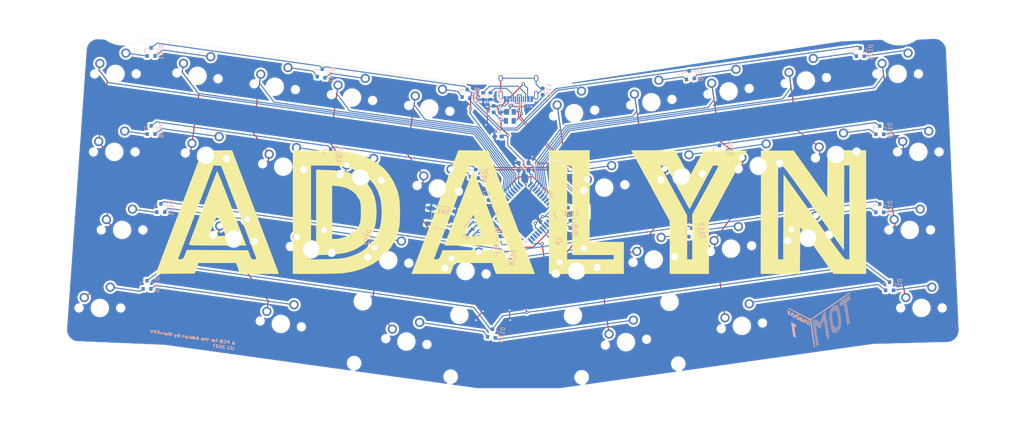
<source format=kicad_pcb>
(kicad_pcb (version 20221018) (generator pcbnew)
  (layers (0 "F.Cu" signal) (31 "B.Cu" signal) (34 "B.Paste" user) (35 "F.Paste" user) (36 "B.SilkS" user "B.Silkscreen") (37 "F.SilkS" user "F.Silkscreen") (38 "B.Mask" user) (39 "F.Mask" user) (44 "Edge.Cuts" user))
  (net 0 "")
  (net 1 "ROW0")
  (net 2 "Net-(D101-Pad1)")
  (net 3 "Net-(D101-Pad2)")
  (net 4 "Net-(D102-Pad1)")
  (net 5 "Net-(D102-Pad2)")
  (net 6 "Net-(D103-Pad1)")
  (net 7 "Net-(D103-Pad2)")
  (net 8 "Net-(D104-Pad1)")
  (net 9 "Net-(D104-Pad2)")
  (net 10 "Net-(D105-Pad1)")
  (net 11 "Net-(D105-Pad2)")
  (net 12 "ROW1")
  (net 13 "Net-(D106-Pad1)")
  (net 14 "Net-(D106-Pad2)")
  (net 15 "Net-(D107-Pad1)")
  (net 16 "Net-(D107-Pad2)")
  (net 17 "Net-(D108-Pad1)")
  (net 18 "Net-(D108-Pad2)")
  (net 19 "Net-(D109-Pad1)")
  (net 20 "Net-(D109-Pad2)")
  (net 21 "Net-(D110-Pad1)")
  (net 22 "Net-(D110-Pad2)")
  (net 23 "ROW2")
  (net 24 "Net-(D111-Pad1)")
  (net 25 "Net-(D111-Pad2)")
  (net 26 "Net-(D112-Pad1)")
  (net 27 "Net-(D112-Pad2)")
  (net 28 "Net-(D113-Pad1)")
  (net 29 "Net-(D113-Pad2)")
  (net 30 "Net-(D114-Pad1)")
  (net 31 "Net-(D114-Pad2)")
  (net 32 "Net-(D115-Pad1)")
  (net 33 "Net-(D115-Pad2)")
  (net 34 "ROW3")
  (net 35 "Net-(D116-Pad1)")
  (net 36 "Net-(D116-Pad2)")
  (net 37 "Net-(D117-Pad1)")
  (net 38 "Net-(D117-Pad2)")
  (net 39 "Net-(D118-Pad1)")
  (net 40 "Net-(D118-Pad2)")
  (net 41 "+5V")
  (net 42 "Col0")
  (net 43 "Col1")
  (net 44 "Col2")
  (net 45 "Col3")
  (net 46 "Col4")
  (net 47 "Col5")
  (net 48 "Col6")
  (net 49 "Col7")
  (net 50 "Col8")
  (net 51 "Col9")
  (net 52 "Net-(R4-Pad2)")
  (net 53 "GND")
  (net 54 "D+")
  (net 55 "D-")
  (net 56 "Net-(U101-Pad42)")
  (net 57 "Net-(U101-Pad41)")
  (net 58 "Net-(R5-Pad1)")
  (net 59 "Net-(U101-Pad22)")
  (net 60 "Net-(U101-Pad17)")
  (net 61 "Net-(U101-Pad16)")
  (net 62 "Net-(C6-Pad1)")
  (net 63 "Net-(U101-Pad1)")
  (net 64 "Net-(U101-Pad18)")
  (net 65 "Net-(U101-Pad25)")
  (net 66 "Net-(U101-Pad10)")
  (net 67 "Net-(U101-Pad9)")
  (net 68 "Net-(U101-Pad8)")
  (net 69 "Net-(U101-Pad21)")
  (net 70 "Net-(U101-Pad19)")
  (net 71 "Net-(U101-Pad20)")
  (net 72 "Net-(USB101-Pad3)")
  (net 73 "Net-(USB101-Pad9)")
  (net 74 "VBUS")
  (net 75 "Earth")
  (net 76 "CC1")
  (net 77 "CC2")
  (net 78 "Net-(R2-Pad1)")
  (net 79 "Net-(R3-Pad1)")
  (footprint "MX_Only:MXOnly-1U-NoLED" (layer "F.Cu") (at 47.224098 52.505797)
    (fp_text reference "MX1")
    (fp_text value "MX-NoLED")
  )
  (footprint "MX_Only:MXOnly-1U-NoLED" (layer "F.Cu") (at 46.938345 71.555792)
    (fp_text reference "MX2")
    (fp_text value "MX-NoLED")
  )
  (footprint "MX_Only:MXOnly-1U-NoLED" (layer "F.Cu") (at 48.843349 90.605792)
    (fp_text reference "MX3")
    (fp_text value "MX-NoLED")
  )
  (footprint "MX_Only:MXOnly-1U-NoLED" (layer "F.Cu") (at 67.255813 52.984519 -8)
    (fp_text reference "MX4")
    (fp_text value "MX-NoLED")
  )
  (footprint "MX_Only:MXOnly-1U-NoLED" (layer "F.Cu") (at 69.320718 72.511939 -8)
    (fp_text reference "MX5")
    (fp_text value "MX-NoLED")
  )
  (footprint "MX_Only:MXOnly-1U-NoLED" (layer "F.Cu") (at 76.101773 92.702167 -8)
    (fp_text reference "MX6")
    (fp_text value "MX-NoLED")
  )
  (footprint "MX_Only:MXOnly-1U-NoLED" (layer "F.Cu") (at 86.120419 55.635772 -8)
    (fp_text reference "MX7")
    (fp_text value "MX-NoLED")
  )
  (footprint "MX_Only:MXOnly-1U-NoLED" (layer "F.Cu") (at 88.185324 75.16319 -8)
    (fp_text reference "MX8")
    (fp_text value "MX-NoLED")
  )
  (footprint "MX_Only:MXOnly-1U-NoLED" (layer "F.Cu") (at 94.966377 95.353421 -8)
    (fp_text reference "MX9")
    (fp_text value "MX-NoLED")
  )
  (footprint "MX_Only:MXOnly-1U-NoLED" (layer "F.Cu") (at 43.414097 109.655795)
    (fp_text reference "MX10")
    (fp_text value "MX-NoLED")
  )
  (footprint "MX_Only:MXOnly-1U-NoLED" (layer "F.Cu") (at 104.985026 58.287015 -8)
    (fp_text reference "MX11")
    (fp_text value "MX-NoLED")
  )
  (footprint "MX_Only:MXOnly-1U-NoLED" (layer "F.Cu") (at 107.049932 77.814434 -8)
    (fp_text reference "MX12")
    (fp_text value "MX-NoLED")
  )
  (footprint "MX_Only:MXOnly-1U-NoLED" (layer "F.Cu") (at 113.830984 98.004667 -8)
    (fp_text reference "MX13")
    (fp_text value "MX-NoLED")
  )
  (footprint "MX_Only:MXOnly-1U-NoLED" (layer "F.Cu") (at 87.59898 113.555216 -8)
    (fp_text reference "MX15")
    (fp_text value "MX-NoLED")
  )
  (footprint "MX_Only:MXOnly-1U-NoLED" (layer "F.Cu") (at 123.849633 60.938263 -8)
    (fp_text reference "MX16")
    (fp_text value "MX-NoLED")
  )
  (footprint "MX_Only:MXOnly-1U-NoLED" (layer "F.Cu") (at 132.695592 100.655911 -8)
    (fp_text reference "MX18")
    (fp_text value "MX-NoLED")
  )
  (footprint "MX_Only:MXOnly-2.25U-ReversedStabilizers-NoLED" (layer "F.Cu") (at 118.253967 117.863488 -8)
    (fp_text reference "MX19")
    (fp_text value "MX-NoLED")
  )
  (footprint "MX_Only:MXOnly-1U-NoLED" (layer "F.Cu") (at 159.198859 62.082311 8)
    (fp_text reference "MX20")
    (fp_text value "MX-NoLED")
  )
  (footprint "MX_Only:MXOnly-1U-NoLED" (layer "F.Cu") (at 166.566256 80.284108 8)
    (fp_text reference "MX21")
    (fp_text value "MX-NoLED")
  )
  (footprint "MX_Only:MXOnly-1U-NoLED" (layer "F.Cu") (at 159.785204 100.474336 8)
    (fp_text reference "MX22")
    (fp_text value "MX-NoLED")
  )
  (footprint "MX_Only:MXOnly-1U-NoLED" (layer "F.Cu") (at 178.063469 59.431067 8)
    (fp_text reference "MX23")
    (fp_text value "MX-NoLED")
  )
  (footprint "MX_Only:MXOnly-1U-NoLED" (layer "F.Cu") (at 185.430864 77.632862 8)
    (fp_text reference "MX24")
    (fp_text value "MX-NoLED")
  )
  (footprint "MX_Only:MXOnly-1U-NoLED" (layer "F.Cu") (at 178.649808 97.823091 8)
    (fp_text reference "MX25")
    (fp_text value "MX-NoLED")
  )
  (footprint "MX_Only:MXOnly-2U-ReversedStabilizers-NoLED" (layer "F.Cu") (at 171.868756 118.01332 8)
    (fp_text reference "MX26")
    (fp_text value "MX-NoLED")
  )
  (footprint "MX_Only:MXOnly-1U-NoLED" (layer "F.Cu") (at 196.92807 56.779814 8)
    (fp_text reference "MX27")
    (fp_text value "MX-NoLED")
  )
  (footprint "MX_Only:MXOnly-1U-NoLED" (layer "F.Cu") (at 204.295468 74.981613 8)
    (fp_text reference "MX28")
    (fp_text value "MX-NoLED")
  )
  (footprint "MX_Only:MXOnly-1U-NoLED" (layer "F.Cu") (at 197.514418 95.171839 8)
    (fp_text reference "MX29")
    (fp_text value "MX-NoLED")
  )
  (footprint "MX_Only:MXOnly-1U-NoLED" (layer "F.Cu") (at 200.165661 114.036448 8)
    (fp_text reference "MX30")
    (fp_text value "MX-NoLED")
  )
  (footprint "MX_Only:MXOnly-1U-NoLED" (layer "F.Cu") (at 215.79268 54.12857 8)
    (fp_text reference "MX32")
    (fp_text value "MX-NoLED")
  )
  (footprint "MX_Only:MXOnly-1U-NoLED" (layer "F.Cu") (at 223.160077 72.330367 8)
    (fp_text reference "MX33")
    (fp_text value "MX-NoLED")
  )
  (footprint "MX_Only:MXOnly-1U-NoLED" (layer "F.Cu") (at 216.379022 92.520596 8)
    (fp_text reference "MX34")
    (fp_text value "MX-NoLED")
  )
  (footprint "MX_Only:MXOnly-1U-NoLED" (layer "F.Cu") (at 244.010597 109.655797)
    (fp_text reference "MX35")
    (fp_text value "MX-NoLED")
  )
  (footprint "MX_Only:MXOnly-1U-NoLED" (layer "F.Cu") (at 238.200348 52.505797)
    (fp_text reference "MX36")
    (fp_text value "MX-NoLED")
  )
  (footprint "MX_Only:MXOnly-1U-NoLED" (layer "F.Cu") (at 243.2486 71.555795)
    (fp_text reference "MX37")
    (fp_text value "MX-NoLED")
  )
  (footprint "MX_Only:MXOnly-1U-NoLED" (layer "F.Cu") (at 241.1531 90.605798)
    (fp_text reference "MX38")
    (fp_text value "MX-NoLED")
  )
  (footprint "MX_Only:MXOnly-1U-NoLED" (layer "F.Cu") (at 125.914536 80.465686 -8)
    (fp_text reference "MX17")
    (fp_text value "MX-NoLED")
  )
  (footprint "Adalyn:Adalyn" (layer "F.Cu") (at 142.219578 86.777762)
    (fp_text reference "G***" hide)
    (fp_text value "LOGO" hide)
  )
  (footprint "Keebio-Parts:SW_SPST_TL3342" (layer "B.Cu") (at 127.080491 87.618663 172)
    (fp_text reference "SW1")
    (fp_text value "SW_Push")
  )
  (footprint "Package_TO_SOT_SMD:SOT-23" (layer "B.Cu") (at 55.916566 47.152002 90)
    (fp_text reference "D101")
    (fp_text value "BAV70")
  )
  (footprint "Package_TO_SOT_SMD:SOT-23" (layer "B.Cu") (at 97.566306 52.339692 82)
    (fp_text reference "D102")
    (fp_text value "BAV70")
  )
  (footprint "Package_TO_SOT_SMD:SOT-23" (layer "B.Cu") (at 132.937443 57.310782 82)
    (fp_text reference "D103")
    (fp_text value "BAV70")
  )
  (footprint "Package_TO_SOT_SMD:SOT-23" (layer "B.Cu") (at 187.455285 52.758571 98)
    (fp_text reference "D104")
    (fp_text value "BAV70")
  )
  (footprint "Package_TO_SOT_SMD:SOT-23" (layer "B.Cu") (at 229.072429 47.19923 90)
    (fp_text reference "D105")
    (fp_text value "BAV70")
  )
  (footprint "Package_TO_SOT_SMD:SOT-23" (layer "B.Cu") (at 55.916566 66.202001 90)
    (fp_text reference "D106")
    (fp_text value "BAV70")
  )
  (footprint "Package_TO_SOT_SMD:SOT-23" (layer "B.Cu") (at 99.631209 71.867116 82)
    (fp_text reference "D107")
    (fp_text value "BAV70")
  )
  (footprint "Package_TO_SOT_SMD:SOT-23" (layer "B.Cu") (at 194.822678 70.960365 98)
    (fp_text reference "D109")
    (fp_text value "BAV70")
  )
  (footprint "Package_TO_SOT_SMD:SOT-23" (layer "B.Cu") (at 233.834927 66.249229 90)
    (fp_text reference "D110")
    (fp_text value "BAV70")
  )
  (footprint "Package_TO_SOT_SMD:SOT-23" (layer "B.Cu") (at 58.297818 85.251999 90)
    (fp_text reference "D111")
    (fp_text value "BAV70")
  )
  (footprint "Package_TO_SOT_SMD:SOT-23" (layer "B.Cu") (at 106.412265 92.057342 82)
    (fp_text reference "D112")
    (fp_text value "BAV70")
  )
  (footprint "Package_TO_SOT_SMD:SOT-23" (layer "B.Cu") (at 188.041628 91.150592 98)
    (fp_text reference "D113")
    (fp_text value "BAV70")
  )
  (footprint "Package_TO_SOT_SMD:SOT-23" (layer "B.Cu") (at 233.834929 85.299226 90)
    (fp_text reference "D114")
    (fp_text value "BAV70")
  )
  (footprint "Package_TO_SOT_SMD:SOT-23" (layer "B.Cu") (at 54.916811 104.009652 90)
    (fp_text reference "D115")
    (fp_text value "BAV70")
  )
  (footprint "Package_TO_SOT_SMD:SOT-23" (layer "B.Cu") (at 139.138729 115.84627 82)
    (fp_text reference "D116")
    (fp_text value "BAV70")
  )
  (footprint "Package_TO_SOT_SMD:SOT-23" (layer "B.Cu") (at 236.216181 104.349227 90)
    (fp_text reference "D117")
    (fp_text value "BAV70")
  )
  (footprint "Package_TO_SOT_SMD:SOT-23" (layer "B.Cu") (at 141.783402 97.028432 82)
    (fp_text reference "D118")
    (fp_text value "BAV70")
  )
  (footprint "Capacitor_SMD:C_0603_1608Metric_Pad1.08x0.95mm_HandSolder" (layer "B.Cu") (at 140.298382 92.03521 172)
    (fp_text reference "C1")
    (fp_text value ".1uF")
  )
  (footprint "Capacitor_SMD:C_0603_1608Metric_Pad1.08x0.95mm_HandSolder" (layer "B.Cu") (at 137.55269 83.205362 172)
    (fp_text reference "C2")
    (fp_text value ".1uF")
  )
  (footprint "Capacitor_SMD:C_0603_1608Metric_Pad1.08x0.95mm_HandSolder" (layer "B.Cu") (at 148.080275 75.17071 90)
    (fp_text reference "C4")
    (fp_text value ".1uF")
  )
  (footprint "Capacitor_SMD:C_0603_1608Metric_Pad1.08x0.95mm_HandSolder" (layer "B.Cu") (at 140.659578 67.807762 180)
    (fp_text reference "C5")
    (fp_text value "10uF")
  )
  (footprint "Capacitor_SMD:C_0603_1608Metric_Pad1.08x0.95mm_HandSolder" (layer "B.Cu") (at 154.500868 92.461275 45)
    (fp_text reference "C6")
    (fp_text value "1uF")
  )
  (footprint "Capacitor_SMD:C_0603_1608Metric_Pad1.08x0.95mm_HandSolder" (layer "B.Cu") (at 158.494277 85.177209)
    (fp_text reference "C101")
    (fp_text value ".1uF")
  )
  (footprint "Resistor_SMD:R_0603_1608Metric_Pad0.98x0.95mm_HandSolder" (layer "B.Cu") (at 159.232772 90.130209)
    (fp_text reference "R2")
    (fp_text value "22")
  )
  (footprint "Resistor_SMD:R_0603_1608Metric_Pad0.98x0.95mm_HandSolder" (layer "B.Cu") (at 159.256273 88.35221)
    (fp_text reference "R3")
    (fp_text value "22")
  )
  (footprint "Resistor_SMD:R_0603_1608Metric_Pad0.98x0.95mm_HandSolder" (layer "B.Cu") (at 140.161491 93.587664 -8)
    (fp_text reference "R4")
    (fp_text value "10k")
  )
  (footprint "Resistor_SMD:R_0603_1608Metric_Pad0.98x0.95mm_HandSolder" (layer "B.Cu") (at 145.679578 75.180262 90)
    (fp_text reference "R5")
    (fp_text value "10k")
  )
  (footprint "Crystal:Resonator_SMD_Murata_CSTxExxV-3Pin_3.0x1.1mm_HandSoldering" (layer "B.Cu") (at 134.446492 90.412665 -45)
    (fp_text reference "Y1")
    (fp_text value "16MHz")
  )
  (footprint "Package_QFP:TQFP-44_10x10mm_P0.8mm" (layer "B.Cu") (at 147.305189 86.380359 135)
    (fp_text reference "U101")
    (fp_text value "ATmega32U4-A")
  )
  (footprint "Package_TO_SOT_SMD:SOT-23" (layer "B.Cu") (at 135.002347 76.838204 82)
    (fp_text reference "D108")
    (fp_text value "BAV70")
  )
  (footprint "Fuse:Fuse_0603_1608Metric" (layer "B.Cu") (at 139.569578 61.107762 -90)
    (fp_text reference "F101")
    (fp_text value "700mA")
  )
  (footprint "Inductor_SMD:L_0603_1608Metric" (layer "B.Cu") (at 151.529578 56.830262 90)
    (fp_text reference "L101")
    (fp_text value "600R@100MHz")
  )
  (footprint "Resistor_SMD:R_0603_1608Metric" (layer "B.Cu") (at 138.749578 57.937762 90)
    (fp_text reference "R101")
    (fp_text value "5.1k")
  )
  (footprint "Resistor_SMD:R_0603_1608Metric" (layer "B.Cu") (at 136.989578 57.947762 -90)
    (fp_text reference "R102")
    (fp_text value "5.1k")
  )
  (footprint "Package_TO_SOT_SMD:SOT-143" (layer "B.Cu") (at 143.499578 62.877762 -90)
    (fp_text reference "U102")
    (fp_text value "PRTR5V0U2X")
  )
  (footprint "Type-C:HRO-TYPE-C-31-M-12-Assembly" (layer "B.Cu") (at 145.604099 50.970796)
    (fp_text reference "USB101")
    (fp_text value "HRO-TYPE-C-31-M-12")
  )
  (footprint "Adalyn:logo" (layer "B.Cu") (at 219.663492 114.034663 -172)
    (fp_text reference "G***" hide)
    (fp_text value "LOGO" hide)
  )
  (footprint "Adalyn:credit" (layer "B.Cu") (at 65.886947 117.688883 172)
    (fp_text reference "G***" hide)
    (fp_text value "LOGO" hide)
  )
  (gr_line (start 150.514099 55.095797) (end 155.655491 55.106663) (stroke (width 0.05)) (layer "Edge.Cuts"))
  (gr_line (start 140.514099 55.095797) (end 134.319491 55.106664) (stroke (width 0.05)) (layer "Edge.Cuts"))
  (gr_arc (start 234.118032 44.147888) (mid 234.521935 44.241959) (end 234.852961 44.491777) (stroke (width 0.05)) (layer "Edge.Cuts"))
  (gr_line (start 224.362491 44.565663) (end 234.118032 44.147888) (stroke (width 0.05)) (layer "Edge.Cuts"))
  (gr_line (start 243.181645 44.140154) (end 247.095489 43.930665) (stroke (width 0.05)) (layer "Edge.Cuts"))
  (gr_arc (start 52.899578 44.507762) (mid 53.213087 44.298416) (end 53.581817 44.219985) (stroke (width 0.05)) (layer "Edge.Cuts"))
  (gr_arc (start 52.899578 44.507762) (mid 49.01654 45.56518) (end 45.15569 44.429417) (stroke (width 0.05)) (layer "Edge.Cuts"))
  (gr_arc (start 44.454412 44.122352) (mid 44.835592 44.206134) (end 45.15569 44.429417) (stroke (width 0.05)) (layer "Edge.Cuts"))
  (gr_line (start 57.738491 43.930664) (end 53.581817 44.219985) (stroke (width 0.05)) (layer "Edge.Cuts"))
  (gr_line (start 44.454412 44.122352) (end 42.849578 44.017762) (stroke (width 0.05)) (layer "Edge.Cuts"))
  (gr_line (start 59.194099 118.665796) (end 135.716491 129.274664) (stroke (width 0.05)) (layer "Edge.Cuts"))
  (gr_line (start 232.164099 118.455796) (end 155.65549 129.274663) (stroke (width 0.05)) (layer "Edge.Cuts"))
  (gr_line (start 155.655491 55.106663) (end 224.362491 44.565663) (stroke (width 0.05)) (layer "Edge.Cuts"))
  (gr_arc (start 247.09549 43.930664) (mid 249.160949 44.786204) (end 250.016491 46.851663) (stroke (width 0.05)) (layer "Edge.Cuts"))
  (gr_arc (start 40.168249 46.851663) (mid 40.94482 44.900989) (end 42.849578 44.017762) (stroke (width 0.05)) (layer "Edge.Cuts"))
  (gr_line (start 40.168249 46.851663) (end 35.386492 114.923664) (stroke (width 0.05)) (layer "Edge.Cuts"))
  (gr_line (start 140.514099 55.095797) (end 140.514099 52.455796) (stroke (width 0.05)) (layer "Edge.Cuts"))
  (gr_line (start 37.660138 117.772026) (end 59.194099 118.665796) (stroke (width 0.05)) (layer "Edge.Cuts"))
  (gr_line (start 134.319491 55.106664) (end 57.738491 43.930664) (stroke (width 0.05)) (layer "Edge.Cuts"))
  (gr_arc (start 37.660138 117.772026) (mid 36.024604 116.745931) (end 35.386492 114.923664) (stroke (width 0.05)) (layer "Edge.Cuts"))
  (gr_arc (start 242.499578 44.427762) (mid 242.813026 44.218539) (end 243.181645 44.140154) (stroke (width 0.05)) (layer "Edge.Cuts"))
  (gr_line (start 250.651491 117.971664) (end 232.164099 118.455796) (stroke (width 0.05)) (layer "Edge.Cuts"))
  (gr_line (start 150.514099 52.455796) (end 150.514099 55.095797) (stroke (width 0.05)) (layer "Edge.Cuts"))
  (gr_line (start 140.514099 52.455796) (end 150.514099 52.455796) (stroke (width 0.05)) (layer "Edge.Cuts"))
  (gr_line (start 253.108336 115.050664) (end 250.016491 46.851663) (stroke (width 0.05)) (layer "Edge.Cuts"))
  (gr_arc (start 242.499578 44.427762) (mid 238.685365 45.546191) (end 234.852961 44.491777) (stroke (width 0.05)) (layer "Edge.Cuts"))
  (gr_arc (start 253.108337 115.050663) (mid 252.412461 116.959088) (end 250.651491 117.971664) (stroke (width 0.05)) (layer "Edge.Cuts"))
  (gr_line (start 135.716491 129.274664) (end 155.65549 129.274663) (stroke (width 0.05)) (layer "Edge.Cuts"))
  (segment (start 133.918407 60.969271) (end 133.918407 57.937423) (width 0.25) (layer "F.Cu") (net 1))
  (segment (start 133.918407 57.937423) (end 134.456947 57.398883) (width 0.25) (layer "F.Cu") (net 1))
  (via (at 133.918407 60.969271) (size 0.8) (drill 0.4) (layers "F.Cu" "B.Cu") (net 1))
  (via (at 134.456947 57.398883) (size 0.8) (drill 0.4) (layers "F.Cu" "B.Cu") (net 1))
  (segment (start 98.465644 50.776601) (end 132.503793 55.560353) (width 0.25) (layer "B.Cu") (net 1))
  (segment (start 228.478329 45.751541) (end 187.511463 51.50906) (width 0.25) (layer "B.Cu") (net 1))
  (segment (start 134.492977 57.38782) (end 133.441864 56.595749) (width 0.25) (layer "B.Cu") (net 1))
  (segment (start 154.871196 56.096347) (end 154.746275 56.096347) (width 0.25) (layer "B.Cu") (net 1))
  (segment (start 144.721532 79.00439) (end 145.000589 77.018804) (width 0.25) (layer "B.Cu") (net 1))
  (segment (start 133.441864 56.595749) (end 133.076615 56.320514) (width 0.25) (layer "B.Cu") (net 1))
  (segment (start 187.316111 51.768302) (end 186.855925 51.832976) (width 0.25) (layer "B.Cu") (net 1))
  (segment (start 186.596683 51.637621) (end 154.871196 56.096347) (width 0.25) (layer "B.Cu") (net 1))
  (segment (start 97.705481 51.349424) (end 97.132654 50.589262) (width 0.25) (layer "B.Cu") (net 1))
  (segment (start 186.855925 51.832976) (end 186.596683 51.637621) (width 0.25) (layer "B.Cu") (net 1))
  (segment (start 134.754099 59.245796) (end 134.492977 57.38782) (width 0.25) (layer "B.Cu") (net 1))
  (segment (start 97.132654 50.589262) (end 57.432383 45.009749) (width 0.25) (layer "B.Cu") (net 1))
  (segment (start 132.503793 55.560353) (end 133.076613 56.320514) (width 0.25) (layer "B.Cu") (net 1))
  (segment (start 154.746275 56.096347) (end 145.09486 65.747762) (width 0.25) (layer "B.Cu") (net 1))
  (segment (start 145.09486 65.747762) (end 141.256065 65.747762) (width 0.25) (layer "B.Cu") (net 1))
  (segment (start 97.705481 51.349424) (end 98.465644 50.776601) (width 0.25) (layer "B.Cu") (net 1))
  (segment (start 145.000589 77.018804) (end 133.759333 62.101152) (width 0.25) (layer "B.Cu") (net 1))
  (segment (start 133.759333 62.101152) (end 133.918407 60.969271) (width 0.25) (layer "B.Cu") (net 1))
  (segment (start 141.256065 65.747762) (end 134.754099 59.245796) (width 0.25) (layer "B.Cu") (net 1))
  (segment (start 187.511463 51.50906) (end 187.31611 51.768302) (width 0.25) (layer "B.Cu") (net 1))
  (segment (start 145.537422 80.087109) (end 144.721532 79.00439) (width 0.25) (layer "B.Cu") (net 1))
  (segment (start 229.07243 46.19923) (end 228.478329 45.751541) (width 0.25) (layer "B.Cu") (net 1))
  (segment (start 57.432383 45.009749) (end 55.916565 46.151999) (width 0.25) (layer "B.Cu") (net 1))
  (segment (start 49.764098 47.425794) (end 54.961026 48.156177) (width 0.25) (layer "B.Cu") (net 2))
  (segment (start 54.961026 48.156177) (end 54.966568 48.151997) (width 0.25) (layer "B.Cu") (net 2))
  (segment (start 58.832261 46.670741) (end 70.478094 48.307456) (width 0.25) (layer "B.Cu") (net 3))
  (segment (start 56.866565 48.152004) (end 58.832261 46.670741) (width 0.25) (layer "B.Cu") (net 3))
  (segment (start 95.445454 51.816393) (end 96.486378 53.197748) (width 0.25) (layer "B.Cu") (net 4))
  (segment (start 89.342696 50.958706) (end 95.445454 51.816393) (width 0.25) (layer "B.Cu") (net 4))
  (segment (start 98.367887 53.462178) (end 99.749241 52.421252) (width 0.25) (layer "B.Cu") (net 5))
  (segment (start 99.749241 52.421252) (end 108.207305 53.609952) (width 0.25) (layer "B.Cu") (net 5))
  (segment (start 130.816586 56.787483) (end 131.857516 58.168838) (width 0.25) (layer "B.Cu") (net 6))
  (segment (start 127.07191 56.261203) (end 130.816586 56.787483) (width 0.25) (layer "B.Cu") (net 6))
  (segment (start 133.739025 59.000722) (end 140.936076 66.197773) (width 0.25) (layer "B.Cu") (net 7))
  (segment (start 140.936076 66.197773) (end 145.406181 66.197773) (width 0.25) (layer "B.Cu") (net 7))
  (segment (start 159.882424 55.850715) (end 161.007141 56.698249) (width 0.25) (layer "B.Cu") (net 7))
  (segment (start 133.739025 58.433266) (end 133.739025 59.000722) (width 0.25) (layer "B.Cu") (net 7))
  (segment (start 145.406181 66.197773) (end 155.078026 56.525928) (width 0.25) (layer "B.Cu") (net 7))
  (segment (start 155.078026 56.525928) (end 159.882424 55.850715) (width 0.25) (layer "B.Cu") (net 7))
  (segment (start 185.77327 53.217602) (end 186.653698 53.881053) (width 0.25) (layer "B.Cu") (net 8))
  (segment (start 179.871751 54.047005) (end 185.77327 53.217602) (width 0.25) (layer "B.Cu") (net 8))
  (segment (start 198.736353 51.395753) (end 189.198664 52.736188) (width 0.25) (layer "B.Cu") (net 9))
  (segment (start 189.198664 52.736188) (end 188.535211 53.616623) (width 0.25) (layer "B.Cu") (net 9))
  (segment (start 227.07845 47.41253) (end 228.12243 48.199229) (width 0.25) (layer "B.Cu") (net 10))
  (segment (start 217.60096 48.744505) (end 227.07845 47.41253) (width 0.25) (layer "B.Cu") (net 10))
  (segment (start 239.920667 46.80812) (end 240.740349 47.425797) (width 0.25) (layer "B.Cu") (net 11))
  (segment (start 230.02243 48.199229) (end 239.920667 46.80812) (width 0.25) (layer "B.Cu") (net 11))
  (segment (start 156.200026 75.39821) (end 156.49253 75.105706) (width 0.25) (layer "F.Cu") (net 12))
  (segment (start 137.368195 75.545004) (end 137.514989 75.398208) (width 0.25) (layer "F.Cu") (net 12))
  (segment (start 137.514989 75.398208) (end 156.200026 75.39821) (width 0.25) (layer "F.Cu") (net 12))
  (via (at 137.368195 75.545004) (size 0.8) (drill 0.4) (layers "F.Cu" "B.Cu") (net 12))
  (via (at 156.49253 75.105706) (size 0.8) (drill 0.4) (layers "F.Cu" "B.Cu") (net 12))
  (segment (start 137.368195 75.545004) (end 135.152711 75.856369) (width 0.25) (layer "B.Cu") (net 12))
  (segment (start 140.881209 76.038727) (end 142.171152 77.75054) (width 0.25) (layer "B.Cu") (net 12))
  (segment (start 100.530547 70.304019) (end 99.770381 70.876847) (width 0.25) (layer "B.Cu") (net 12))
  (segment (start 232.701614 64.395217) (end 194.878858 69.710858) (width 0.25) (layer "B.Cu") (net 12))
  (segment (start 135.152711 75.856369) (end 135.14152 75.847936) (width 0.25) (layer "B.Cu") (net 12))
  (segment (start 233.834929 65.249229) (end 232.701614 64.395217) (width 0.25) (layer "B.Cu") (net 12))
  (segment (start 141.536819 82.270716) (end 141.48877 82.61262) (width 0.25) (layer "B.Cu") (net 12))
  (segment (start 142.171152 77.75054) (end 141.53603 82.26967) (width 0.25) (layer "B.Cu") (net 12))
  (segment (start 99.770381 70.876847) (end 99.197559 70.11668) (width 0.25) (layer "B.Cu") (net 12))
  (segment (start 135.14152 75.847936) (end 134.568692 75.087771) (width 0.25) (layer "B.Cu") (net 12))
  (segment (start 194.878858 69.710858) (end 194.68351 69.970095) (width 0.25) (layer "B.Cu") (net 12))
  (segment (start 137.368195 75.545004) (end 140.881209 76.038727) (width 0.25) (layer "B.Cu") (net 12))
  (segment (start 193.964087 69.839421) (end 156.49253 75.105706) (width 0.25) (layer "B.Cu") (net 12))
  (segment (start 194.223327 70.034773) (end 193.964087 69.839421) (width 0.25) (layer "B.Cu") (net 12))
  (segment (start 194.68351 69.970095) (end 194.223327 70.034773) (width 0.25) (layer "B.Cu") (net 12))
  (segment (start 141.53603 82.26967) (end 141.536819 82.270716) (width 0.25) (layer "B.Cu") (net 12))
  (segment (start 134.568692 75.087771) (end 100.530547 70.304019) (width 0.25) (layer "B.Cu") (net 12))
  (segment (start 99.197559 70.11668) (end 57.222987 64.217539) (width 0.25) (layer "B.Cu") (net 12))
  (segment (start 141.48877 82.61262) (end 142.14331 83.481221) (width 0.25) (layer "B.Cu") (net 12))
  (segment (start 57.222987 64.217539) (end 55.916566 65.202001) (width 0.25) (layer "B.Cu") (net 12))
  (segment (start 54.916112 67.24002) (end 54.966564 67.202001) (width 0.25) (layer "B.Cu") (net 13))
  (segment (start 49.478348 66.475795) (end 54.916112 67.24002) (width 0.25) (layer "B.Cu") (net 13))
  (segment (start 58.622869 65.878531) (end 72.542996 67.834881) (width 0.25) (layer "B.Cu") (net 14))
  (segment (start 56.866565 67.202) (end 58.622869 65.878531) (width 0.25) (layer "B.Cu") (net 14))
  (segment (start 91.407605 70.486122) (end 97.510355 71.343812) (width 0.25) (layer "B.Cu") (net 15))
  (segment (start 97.510355 71.343812) (end 98.551283 72.725171) (width 0.25) (layer "B.Cu") (net 15))
  (segment (start 100.432791 72.989595) (end 101.814145 71.948671) (width 0.25) (layer "B.Cu") (net 16))
  (segment (start 101.814145 71.948671) (end 110.272209 73.137375) (width 0.25) (layer "B.Cu") (net 16))
  (segment (start 132.881492 76.314902) (end 133.922418 77.696255) (width 0.25) (layer "B.Cu") (net 17))
  (segment (start 129.136815 75.788624) (end 132.881492 76.314902) (width 0.25) (layer "B.Cu") (net 17))
  (segment (start 138.555276 75.90621) (end 156.335276 75.90621) (width 0.25) (layer "F.Cu") (net 18))
  (segment (start 157.24611 75.778199) (end 157.416878 75.906883) (width 0.25) (layer "F.Cu") (net 18))
  (segment (start 137.244305 77.645927) (end 138.555276 75.90621) (width 0.25) (layer "F.Cu") (net 18))
  (segment (start 156.335276 75.90621) (end 157.24611 75.778199) (width 0.25) (layer "F.Cu") (net 18))
  (segment (start 137.464393 79.21194) (end 137.244305 77.645927) (width 0.25) (layer "F.Cu") (net 18))
  (via (at 137.464393 79.21194) (size 0.8) (drill 0.4) (layers "F.Cu" "B.Cu") (net 18))
  (via (at 157.416878 75.906883) (size 0.8) (drill 0.4) (layers "F.Cu" "B.Cu") (net 18))
  (segment (start 137.464393 79.21194) (end 135.803929 77.960684) (width 0.25) (layer "B.Cu") (net 18))
  (segment (start 168.374538 74.900049) (end 158.013192 76.35624) (width 0.25) (layer "B.Cu") (net 18))
  (segment (start 137.500463 79.239115) (end 137.464393 79.21194) (width 0.25) (layer "B.Cu") (net 18))
  (segment (start 158.013192 76.35624) (end 157.416878 75.906883) (width 0.25) (layer "B.Cu") (net 18))
  (segment (start 187.239143 72.2488) (end 193.140667 71.419394) (width 0.25) (layer "B.Cu") (net 19))
  (segment (start 193.140667 71.419394) (end 194.0211 72.082847) (width 0.25) (layer "B.Cu") (net 19))
  (segment (start 196.566061 70.937985) (end 195.902609 71.818418) (width 0.25) (layer "B.Cu") (net 20))
  (segment (start 206.103751 69.59755) (end 196.566061 70.937985) (width 0.25) (layer "B.Cu") (net 20))
  (segment (start 224.96836 66.946307) (end 231.301735 66.056207) (width 0.25) (layer "B.Cu") (net 21))
  (segment (start 231.301735 66.056207) (end 232.884931 67.249227) (width 0.25) (layer "B.Cu") (net 21))
  (segment (start 234.784932 67.249227) (end 244.924001 65.824276) (width 0.25) (layer "B.Cu") (net 22))
  (segment (start 244.924001 65.824276) (end 245.7886 66.475794) (width 0.25) (layer "B.Cu") (net 22))
  (segment (start 187.287635 89.662524) (end 141.922575 96.038164) (width 0.25) (layer "B.Cu") (net 23))
  (segment (start 107.311605 90.494248) (end 106.551439 91.067073) (width 0.25) (layer "B.Cu") (net 23))
  (segment (start 105.978613 90.306906) (end 59.020546 83.707383) (width 0.25) (layer "B.Cu") (net 23))
  (segment (start 141.349749 95.277997) (end 107.311605 90.494248) (width 0.25) (layer "B.Cu") (net 23))
  (segment (start 187.293058 89.701111) (end 187.287635 89.662524) (width 0.25) (layer "B.Cu") (net 23))
  (segment (start 141.922574 96.038165) (end 141.349749 95.277997) (width 0.25) (layer "B.Cu") (net 23))
  (segment (start 187.902455 90.160325) (end 187.293058 89.701111) (width 0.25) (layer "B.Cu") (net 23))
  (segment (start 188.097806 89.901086) (end 187.902453 90.160326) (width 0.25) (layer "B.Cu") (net 23))
  (segment (start 141.922575 96.038164) (end 144.239369 95.712562) (width 0.25) (layer "B.Cu") (net 23))
  (segment (start 106.551439 91.067073) (end 105.978613 90.306906) (width 0.25) (layer "B.Cu") (net 23))
  (segment (start 59.020546 83.707383) (end 58.297815 84.251998) (width 0.25) (layer "B.Cu") (net 23))
  (segment (start 233.834929 84.299226) (end 232.911005 83.603) (width 0.25) (layer "B.Cu") (net 23))
  (segment (start 144.239369 95.712562) (end 146.103108 93.239297) (width 0.25) (layer "B.Cu") (net 23))
  (segment (start 232.911005 83.603) (end 188.097806 89.901086) (width 0.25) (layer "B.Cu") (net 23))
  (segment (start 57.222499 86.346433) (end 57.347817 86.252001) (width 0.25) (layer "B.Cu") (net 24))
  (segment (start 51.383349 85.525795) (end 57.222499 86.346433) (width 0.25) (layer "B.Cu") (net 24))
  (segment (start 79.324049 88.025105) (end 60.114669 85.325405) (width 0.25) (layer "B.Cu") (net 25))
  (segment (start 60.114669 85.325405) (end 59.290784 85.946245) (width 0.25) (layer "B.Cu") (net 25))
  (segment (start 59.290784 85.946245) (end 59.247817 86.252) (width 0.25) (layer "B.Cu") (net 25))
  (segment (start 98.188659 90.67636) (end 104.291413 91.534047) (width 0.25) (layer "B.Cu") (net 26))
  (segment (start 104.291413 91.534047) (end 105.33234 92.915395) (width 0.25) (layer "B.Cu") (net 26))
  (segment (start 107.21385 93.179825) (end 108.595202 92.138899) (width 0.25) (layer "B.Cu") (net 27))
  (segment (start 108.595202 92.138899) (end 117.053263 93.327602) (width 0.25) (layer "B.Cu") (net 27))
  (segment (start 180.45809 92.439031) (end 186.359616 91.609628) (width 0.25) (layer "B.Cu") (net 28))
  (segment (start 186.359616 91.609628) (end 187.240044 92.273078) (width 0.25) (layer "B.Cu") (net 28))
  (segment (start 198.967009 89.519747) (end 199.322698 89.78778) (width 0.25) (layer "B.Cu") (net 29))
  (segment (start 189.121555 92.008649) (end 190.05304 90.772524) (width 0.25) (layer "B.Cu") (net 29))
  (segment (start 190.05304 90.772524) (end 198.967009 89.519747) (width 0.25) (layer "B.Cu") (net 29))
  (segment (start 231.511124 85.263993) (end 232.88493 86.299229) (width 0.25) (layer "B.Cu") (net 30))
  (segment (start 218.187302 87.136531) (end 231.511124 85.263993) (width 0.25) (layer "B.Cu") (net 30))
  (segment (start 234.78493 86.299228) (end 243.157891 85.122482) (width 0.25) (layer "B.Cu") (net 31))
  (segment (start 243.157891 85.122482) (end 243.693104 85.525797) (width 0.25) (layer "B.Cu") (net 31))
  (segment (start 45.954098 104.575798) (end 53.192558 105.593095) (width 0.25) (layer "B.Cu") (net 32))
  (segment (start 53.192558 105.593095) (end 53.966811 105.009655) (width 0.25) (layer "B.Cu") (net 32))
  (segment (start 57.03451 104.129732) (end 55.866811 105.009655) (width 0.25) (layer "B.Cu") (net 33))
  (segment (start 90.821258 108.87815) (end 57.03451 104.129732) (width 0.25) (layer "B.Cu") (net 33))
  (segment (start 146.992112 106.343004) (end 147.610737 110.744746) (width 0.25) (layer "F.Cu") (net 34))
  (segment (start 151.391557 93.975261) (end 152.164972 99.478388) (width 0.25) (layer "F.Cu") (net 34))
  (segment (start 152.164972 99.478388) (end 146.992112 106.343004) (width 0.25) (layer "F.Cu") (net 34))
  (via (at 147.610737 110.744746) (size 0.8) (drill 0.4) (layers "F.Cu" "B.Cu") (net 34))
  (via (at 151.391557 93.975261) (size 0.8) (drill 0.4) (layers "F.Cu" "B.Cu") (net 34))
  (segment (start 230.559997 99.086987) (end 236.216181 103.349226) (width 0.25) (layer "B.Cu") (net 34))
  (segment (start 139.277901 114.856004) (end 138.704703 114.775445) (width 0.25) (layer "B.Cu") (net 34))
  (segment (start 147.610737 110.744746) (end 230.559997 99.086987) (width 0.25) (layer "B.Cu") (net 34))
  (segment (start 60.201976 99.026996) (end 54.916811 103.009652) (width 0.25) (layer "B.Cu") (net 34))
  (segment (start 141.7559 111.56759) (end 147.610737 110.744746) (width 0.25) (layer "B.Cu") (net 34))
  (segment (start 139.277901 114.856004) (end 141.7559 111.56759) (width 0.25) (layer "B.Cu") (net 34))
  (segment (start 149.243235 93.97526) (end 151.391557 93.975261) (width 0.25) (layer "B.Cu") (net 34))
  (segment (start 148.507271 93.239295) (end 149.243235 93.97526) (width 0.25) (layer "B.Cu") (net 34))
  (segment (start 138.704703 114.775445) (end 134.730328 109.501273) (width 0.25) (layer "B.Cu") (net 34))
  (segment (start 134.730328 109.501273) (end 60.201976 99.026996) (width 0.25) (layer "B.Cu") (net 34))
  (segment (start 121.476245 113.186428) (end 137.058071 115.376312) (width 0.25) (layer "B.Cu") (net 35))
  (segment (start 137.058071 115.376312) (end 138.058801 116.704328) (width 0.25) (layer "B.Cu") (net 35))
  (segment (start 173.677035 112.629258) (end 140.389806 117.307472) (width 0.25) (layer "B.Cu") (net 36))
  (segment (start 140.389806 117.307472) (end 139.940311 116.968757) (width 0.25) (layer "B.Cu") (net 36))
  (segment (start 202.241977 108.296699) (end 233.371772 103.921691) (width 0.25) (layer "B.Cu") (net 37))
  (segment (start 233.371772 103.921691) (end 235.266178 105.349229) (width 0.25) (layer "B.Cu") (net 37))
  (segment (start 201.973943 108.652387) (end 202.241977 108.296699) (width 0.25) (layer "B.Cu") (net 37))
  (segment (start 245.940522 104.116072) (end 246.550596 104.575795) (width 0.25) (layer "B.Cu") (net 38))
  (segment (start 237.166181 105.34923) (end 245.940522 104.116072) (width 0.25) (layer "B.Cu") (net 38))
  (segment (start 139.662549 96.505131) (end 140.703475 97.886487) (width 0.25) (layer "B.Cu") (net 39))
  (segment (start 135.917875 95.978848) (end 139.662549 96.505131) (width 0.25) (layer "B.Cu") (net 39))
  (segment (start 142.912978 97.715649) (end 142.584986 98.150914) (width 0.25) (layer "B.Cu") (net 40))
  (segment (start 161.593483 95.090277) (end 142.912978 97.715649) (width 0.25) (layer "B.Cu") (net 40))
  (segment (start 139.715202 83.509284) (end 145.540273 77.684208) (width 0.25) (layer "F.Cu") (net 41))
  (segment (start 145.286274 94.829208) (end 142.873276 92.41621) (width 0.25) (layer "F.Cu") (net 41))
  (segment (start 149.731276 88.98721) (end 149.858276 88.98721) (width 0.25) (layer "F.Cu") (net 41))
  (segment (start 141.360828 63.686512) (end 141.360828 65.679012) (width 0.25) (layer "F.Cu") (net 41))
  (segment (start 139.715202 83.509284) (end 138.682274 84.542212) (width 0.25) (layer "F.Cu") (net 41))
  (segment (start 156.358085 87.694399) (end 149.223276 94.829209) (width 0.25) (layer "F.Cu") (net 41))
  (segment (start 148.443668 77.684209) (end 148.818096 77.309779) (width 0.25) (layer "F.Cu") (net 41))
  (segment (start 149.223276 94.829209) (end 145.286274 94.829208) (width 0.25) (layer "F.Cu") (net 41))
  (segment (start 138.682274 84.542212) (end 138.682276 88.22521) (width 0.25) (layer "F.Cu") (net 41))
  (segment (start 149.858276 88.98721) (end 151.509276 87.336207) (width 0.25) (layer "F.Cu") (net 41))
  (segment (start 156.358085 84.84977) (end 156.358084 85.027401) (width 0.25) (layer "F.Cu") (net 41))
  (segment (start 148.818096 77.309779) (end 156.358085 84.84977) (width 0.25) (layer "F.Cu") (net 41))
  (segment (start 156.358084 85.027401) (end 156.358085 87.694399) (width 0.25) (layer "F.Cu") (net 41))
  (segment (start 142.999578 67.317762) (end 142.999578 67.517762) (width 0.25) (layer "F.Cu") (net 41))
  (segment (start 138.682276 88.22521) (end 142.873276 92.41621) (width 0.25) (layer "F.Cu") (net 41))
  (segment (start 145.540273 77.684208) (end 148.443668 77.684209) (width 0.25) (layer "F.Cu") (net 41))
  (segment (start 141.360828 65.679012) (end 142.999578 67.317762) (width 0.25) (layer "F.Cu") (net 41))
  (via (at 148.818096 77.309779) (size 0.8) (drill 0.4) (layers "F.Cu" "B.Cu") (net 41))
  (via (at 156.358084 85.027401) (size 0.8) (drill 0.4) (layers "F.Cu" "B.Cu") (net 41))
  (via (at 141.360828 63.686512) (size 0.8) (drill 0.4) (layers "F.Cu" "B.Cu") (net 41))
  (via (at 149.731276 88.98721) (size 0.8) (drill 0.4) (layers "F.Cu" "B.Cu") (net 41))
  (via (at 142.873276 92.41621) (size 0.8) (drill 0.4) (layers "F.Cu" "B.Cu") (net 41))
  (via (at 142.999578 67.517762) (size 0.8) (drill 0.4) (layers "F.Cu" "B.Cu") (net 41))
  (via (at 151.509276 87.336207) (size 0.8) (drill 0.4) (layers "F.Cu" "B.Cu") (net 41))
  (via (at 139.715202 83.509284) (size 0.8) (drill 0.4) (layers "F.Cu" "B.Cu") (net 41))
  (segment (start 148.818096 77.309779) (end 148.818096 77.309779) (width 0.25) (layer "B.Cu") (net 41))
  (segment (start 139.715202 83.509284) (end 140.235653 83.582428) (width 0.25) (layer "B.Cu") (net 41))
  (segment (start 156.358084 85.027401) (end 154.677738 84.791244) (width 0.25) (layer "B.Cu") (net 41))
  (segment (start 141.360828 63.686512) (end 139.569578 61.895262) (width 0.25) (layer "B.Cu") (net 41))
  (segment (start 148.080275 76.03321) (end 146.869578 74.822513) (width 0.25) (layer "B.Cu") (net 41))
  (segment (start 148.040385 76.277724) (end 148.083511 75.970875) (width 0.25) (layer "B.Cu") (net 41))
  (segment (start 142.999578 67.517762) (end 141.812078 67.517762) (width 0.25) (layer "B.Cu") (net 41))
  (segment (start 150.770011 90.976556) (end 149.731276 89.937819) (width 0.25) (layer "B.Cu") (net 41))
  (segment (start 148.507272 79.521424) (end 148.818096 77.309779) (width 0.25) (layer "B.Cu") (net 41))
  (segment (start 144.263454 92.81621) (end 143.273274 92.816207) (width 0.25) (layer "B.Cu") (net 41))
  (segment (start 140.563293 92.155246) (end 139.25787 93.460668) (width 0.25) (layer "B.Cu") (net 41))
  (segment (start 140.235653 83.582428) (end 141.011939 84.612592) (width 0.25) (layer "B.Cu") (net 41))
  (segment (start 149.731276 89.937819) (end 149.731276 88.98721) (width 0.25) (layer "B.Cu") (net 41))
  (segment (start 146.869578 73.837762) (end 142.999578 69.967762) (width 0.25) (layer "B.Cu") (net 41))
  (segment (start 152.786521 87.336209) (end 153.59844 88.148126) (width 0.25) (layer "B.Cu") (net 41))
  (segment (start 157.573591 85.198228) (end 156.358084 85.027401) (width 0.25) (layer "B.Cu") (net 41))
  (segment (start 143.273274 92.816207) (end 142.873276 92.41621) (width 0.25) (layer "B.Cu") (net 41))
  (segment (start 154.677738 84.791244) (end 154.164125 85.178278) (width 0.25) (layer "B.Cu") (net 41))
  (segment (start 141.413451 92.41621) (end 141.152488 92.155247) (width 0.25) (layer "B.Cu") (net 41))
  (segment (start 142.549578 63.977762) (end 141.652078 63.977762) (width 0.25) (layer "B.Cu") (net 41))
  (segment (start 138.406796 83.325399) (end 139.715202 83.509284) (width 0.25) (layer "B.Cu") (net 41))
  (segment (start 152.006192 87.336211) (end 154.164125 85.178277) (width 0.25) (layer "B.Cu") (net 41))
  (segment (start 142.999578 69.967762) (end 142.999578 67.517762) (width 0.25) (layer "B.Cu") (net 41))
  (segment (start 151.509276 87.336207) (end 152.006192 87.336211) (width 0.25) (layer "B.Cu") (net 41))
  (segment (start 141.152488 92.155247) (end 140.563293 92.155246) (width 0.25) (layer "B.Cu") (net 41))
  (segment (start 151.509276 87.336207) (end 152.786521 87.336209) (width 0.25) (layer "B.Cu") (net 41))
  (segment (start 142.873276 92.41621) (end 141.413451 92.41621) (width 0.25) (layer "B.Cu") (net 41))
  (segment (start 141.812078 67.517762) (end 141.522078 67.807762) (width 0.25) (layer "B.Cu") (net 41))
  (segment (start 144.971737 92.107926) (end 144.263454 92.81621) (width 0.25) (layer "B.Cu") (net 41))
  (segment (start 148.818096 77.309779) (end 148.040385 76.277724) (width 0.25) (layer "B.Cu") (net 41))
  (segment (start 141.652078 63.977762) (end 141.360828 63.686512) (width 0.25) (layer "B.Cu") (net 41))
  (segment (start 146.869578 74.822513) (end 146.869578 73.837762) (width 0.25) (layer "B.Cu") (net 41))
  (segment (start 44.085828 70.286415) (end 43.450854 74.804485) (width 0.25) (layer "F.Cu") (net 42))
  (segment (start 43.450854 74.804485) (end 46.355397 78.658938) (width 0.25) (layer "F.Cu") (net 42))
  (segment (start 43.952635 103.838941) (end 39.604099 107.115794) (width 0.25) (layer "F.Cu") (net 42))
  (segment (start 43.128346 69.015793) (end 44.085828 70.286415) (width 0.25) (layer "F.Cu") (net 42))
  (segment (start 45.990832 89.336413) (end 43.952635 103.838941) (width 0.25) (layer "F.Cu") (net 42))
  (segment (start 43.4141 49.965793) (end 43.192673 51.541303) (width 0.25) (layer "F.Cu") (net 42))
  (segment (start 45.208302 54.21613) (end 43.128346 69.015793) (width 0.25) (layer "F.Cu") (net 42))
  (segment (start 45.033348 88.065794) (end 45.990832 89.336413) (width 0.25) (layer "F.Cu") (net 42))
  (segment (start 46.355397 78.658938) (end 45.033348 88.065794) (width 0.25) (layer "F.Cu") (net 42))
  (segment (start 43.192673 51.541303) (end 45.208302 54.21613) (width 0.25) (layer "F.Cu") (net 42))
  (segment (start 142.642724 77.628582) (end 134.783743 67.199365) (width 0.25) (layer "B.Cu") (net 42))
  (segment (start 142.044715 81.883631) (end 142.642724 77.628582) (width 0.25) (layer "B.Cu") (net 42))
  (segment (start 134.783743 67.199365) (end 45.54056 54.657053) (width 0.25) (layer "B.Cu") (net 42))
  (segment (start 45.54056 54.657053) (end 43.192677 51.541305) (width 0.25) (layer "B.Cu") (net 42))
  (segment (start 143.13965 83.33666) (end 142.044715 81.883631) (width 0.25) (layer "B.Cu") (net 42))
  (segment (start 43.192677 51.541305) (end 43.4141 49.965794) (width 0.25) (layer "B.Cu") (net 42))
  (segment (start 63.836391 49.938991) (end 63.535502 52.079925) (width 0.25) (layer "F.Cu") (net 43))
  (segment (start 73.707086 82.365269) (end 72.68235 89.65664) (width 0.25) (layer "F.Cu") (net 43))
  (segment (start 67.588845 57.45889) (end 65.901296 69.466413) (width 0.25) (layer "F.Cu") (net 43))
  (segment (start 65.600408 71.607345) (end 73.707086 82.365269) (width 0.25) (layer "F.Cu") (net 43))
  (segment (start 63.535502 52.079925) (end 67.588845 57.45889) (width 0.25) (layer "F.Cu") (net 43))
  (segment (start 84.541482 107.934464) (end 84.179559 110.50968) (width 0.25) (layer "F.Cu") (net 43))
  (segment (start 72.381463 91.797573) (end 84.541482 107.934464) (width 0.25) (layer "F.Cu") (net 43))
  (segment (start 72.68235 89.65664) (end 72.381463 91.797573) (width 0.25) (layer "F.Cu") (net 43))
  (segment (start 65.901296 69.466413) (end 65.600408 71.607345) (width 0.25) (layer "F.Cu") (net 43))
  (segment (start 63.535502 52.079924) (end 63.836391 49.93899) (width 0.25) (layer "B.Cu") (net 43))
  (segment (start 67.45603 57.282635) (end 63.535502 52.079924) (width 0.25) (layer "B.Cu") (net 43))
  (segment (start 135.030959 66.779673) (end 67.45603 57.282635) (width 0.25) (layer "B.Cu") (net 43))
  (segment (start 143.114297 77.506627) (end 135.030959 66.779673) (width 0.25) (layer "B.Cu") (net 43))
  (segment (start 142.565829 81.409176) (end 143.114297 77.506627) (width 0.25) (layer "B.Cu") (net 43))
  (segment (start 143.274679 82.349852) (end 142.565829 81.409176) (width 0.25) (layer "B.Cu") (net 43))
  (segment (start 80.71256 66.738688) (end 84.765899 72.117658) (width 0.25) (layer "F.Cu") (net 44))
  (segment (start 84.465012 74.258592) (end 92.571692 85.016516) (width 0.25) (layer "F.Cu") (net 44))
  (segment (start 92.571692 85.016516) (end 91.546957 92.307887) (width 0.25) (layer "F.Cu") (net 44))
  (segment (start 82.700996 52.590239) (end 82.17669 56.320878) (width 0.25) (layer "F.Cu") (net 44))
  (segment (start 84.765899 72.117658) (end 84.465012 74.258592) (width 0.25) (layer "F.Cu") (net 44))
  (segment (start 82.17669 56.320878) (end 80.71256 66.738688) (width 0.25) (layer "F.Cu") (net 44))
  (segment (start 143.104756 80.80798) (end 143.585871 77.384672) (width 0.25) (layer "B.Cu") (net 44))
  (segment (start 143.585871 77.384672) (end 135.278175 66.359984) (width 0.25) (layer "B.Cu") (net 44))
  (segment (start 143.840366 81.784164) (end 143.104756 80.80798) (width 0.25) (layer "B.Cu") (net 44))
  (segment (start 135.278175 66.359984) (end 85.937628 59.425623) (width 0.25) (layer "B.Cu") (net 44))
  (segment (start 82.400108 54.731173) (end 82.700996 52.590239) (width 0.25) (layer "B.Cu") (net 44))
  (segment (start 85.937628 59.425623) (end 82.400108 54.731173) (width 0.25) (layer "B.Cu") (net 44))
  (segment (start 111.574497 96.502403) (end 109.917472 108.292783) (width 0.25) (layer "F.Cu") (net 45))
  (segment (start 101.565604 55.241486) (end 101.041297 58.972128) (width 0.25) (layer "F.Cu") (net 45))
  (segment (start 103.630507 74.768905) (end 102.304884 84.201207) (width 0.25) (layer "F.Cu") (net 45))
  (segment (start 99.577169 69.38994) (end 103.630507 74.768905) (width 0.25) (layer "F.Cu") (net 45))
  (segment (start 109.917472 108.292783) (end 114.834545 114.817961) (width 0.25) (layer "F.Cu") (net 45))
  (segment (start 110.41156 94.959136) (end 111.574497 96.502403) (width 0.25) (layer "F.Cu") (net 45))
  (segment (start 101.041297 58.972128) (end 99.577169 69.38994) (width 0.25) (layer "F.Cu") (net 45))
  (segment (start 102.304884 84.201207) (end 110.41156 94.959136) (width 0.25) (layer "F.Cu") (net 45))
  (segment (start 104.419237 61.568609) (end 101.264716 57.382419) (width 0.25) (layer "B.Cu") (net 45))
  (segment (start 135.525387 65.940294) (end 104.419237 61.568609) (width 0.25) (layer "B.Cu") (net 45))
  (segment (start 101.264716 57.382419) (end 101.565602 55.241487) (width 0.25) (layer "B.Cu") (net 45))
  (segment (start 143.643679 80.206784) (end 144.057444 77.262713) (width 0.25) (layer "B.Cu") (net 45))
  (segment (start 144.057444 77.262713) (end 135.525387 65.940294) (width 0.25) (layer "B.Cu") (net 45))
  (segment (start 144.406051 81.21848) (end 143.643679 80.206784) (width 0.25) (layer "B.Cu") (net 45))
  (segment (start 122.495115 77.420153) (end 121.169491 86.852455) (width 0.25) (layer "F.Cu") (net 46))
  (segment (start 119.729155 62.881015) (end 118.441775 72.041192) (width 0.25) (layer "F.Cu") (net 46))
  (segment (start 118.441775 72.041192) (end 122.495115 77.420153) (width 0.25) (layer "F.Cu") (net 46))
  (segment (start 119.905905 61.623377) (end 119.729155 62.881015) (width 0.25) (layer "F.Cu") (net 46))
  (segment (start 120.43021 57.892736) (end 119.905905 61.623377) (width 0.25) (layer "F.Cu") (net 46))
  (segment (start 121.169491 86.852455) (end 129.276172 97.610383) (width 0.25) (layer "F.Cu") (net 46))
  (segment (start 120.129322 60.033667) (end 122.900843 63.711599) (width 0.25) (layer "B.Cu") (net 46))
  (segment (start 135.772603 65.520607) (end 135.784432 65.536305) (width 0.25) (layer "B.Cu") (net 46))
  (segment (start 144.529015 77.140758) (end 135.784432 65.536305) (width 0.25) (layer "B.Cu") (net 46))
  (segment (start 120.430212 57.892735) (end 120.129322 60.033667) (width 0.25) (layer "B.Cu") (net 46))
  (segment (start 144.182608 79.605585) (end 144.529015 77.140758) (width 0.25) (layer "B.Cu") (net 46))
  (segment (start 144.971736 80.652794) (end 144.182608 79.605585) (width 0.25) (layer "B.Cu") (net 46))
  (segment (start 122.900843 63.711599) (end 135.772603 65.520607) (width 0.25) (layer "B.Cu") (net 46))
  (segment (start 162.439834 78.299076) (end 163.765458 87.731383) (width 0.25) (layer "F.Cu") (net 47))
  (segment (start 157.060875 74.24574) (end 162.439834 78.299076) (width 0.25) (layer "F.Cu") (net 47))
  (segment (start 163.765458 87.731383) (end 155.658782 98.489305) (width 0.25) (layer "F.Cu") (net 47))
  (segment (start 155.072439 60.097278) (end 157.060875 74.24574) (width 0.25) (layer "F.Cu") (net 47))
  (segment (start 155.899896 65.984931) (end 155.072439 60.097278) (width 0.25) (layer "B.Cu") (net 47))
  (segment (start 150.542172 79.453769) (end 149.788962 74.094413) (width 0.25) (layer "B.Cu") (net 47))
  (segment (start 149.788962 74.094413) (end 155.899896 65.984931) (width 0.25) (layer "B.Cu") (net 47))
  (segment (start 149.638641 80.652796) (end 150.542172 79.453769) (width 0.25) (layer "B.Cu") (net 47))
  (segment (start 166.195283 105.020483) (end 167.742333 116.028288) (width 0.25) (layer "F.Cu") (net 48))
  (segment (start 182.629568 85.076586) (end 174.522887 95.834513) (width 0.25) (layer "F.Cu") (net 48))
  (segment (start 174.523388 95.838059) (end 172.947879 96.059484) (width 0.25) (layer "F.Cu") (net 48))
  (segment (start 175.925485 71.594495) (end 181.304442 75.647834) (width 0.25) (layer "F.Cu") (net 48))
  (segment (start 172.947879 96.059484) (end 166.195283 105.020483) (width 0.25) (layer "F.Cu") (net 48))
  (segment (start 181.304442 75.647834) (end 182.629568 85.076586) (width 0.25) (layer "F.Cu") (net 48))
  (segment (start 173.937048 57.446037) (end 175.925485 71.594495) (width 0.25) (layer "F.Cu") (net 48))
  (segment (start 174.522887 95.834513) (end 174.523388 95.838059) (width 0.25) (layer "F.Cu") (net 48))
  (segment (start 173.554423 62.850441) (end 157.2037 65.148386) (width 0.25) (layer "B.Cu") (net 48))
  (segment (start 173.937049 57.446036) (end 174.517054 61.572986) (width 0.25) (layer "B.Cu") (net 48))
  (segment (start 157.2037 65.148386) (end 150.277817 74.339347) (width 0.25) (layer "B.Cu") (net 48))
  (segment (start 151.081093 80.054969) (end 150.204326 81.218482) (width 0.25) (layer "B.Cu") (net 48))
  (segment (start 174.517054 61.572986) (end 173.554423 62.850441) (width 0.25) (layer "B.Cu") (net 48))
  (segment (start 150.277817 74.339347) (end 151.081093 80.054969) (width 0.25) (layer "B.Cu") (net 48))
  (segment (start 200.169049 72.996583) (end 201.494673 82.428884) (width 0.25) (layer "F.Cu") (net 49))
  (segment (start 194.790087 68.943243) (end 200.169049 72.996583) (width 0.25) (layer "F.Cu") (net 49))
  (segment (start 193.387995 93.186808) (end 196.039243 112.051417) (width 0.25) (layer "F.Cu") (net 49))
  (segment (start 192.801651 54.794783) (end 194.790087 68.943243) (width 0.25) (layer "F.Cu") (net 49))
  (segment (start 201.494673 82.428884) (end 193.387995 93.186808) (width 0.25) (layer "F.Cu") (net 49))
  (segment (start 196.039243 112.051417) (end 196.039242 112.051418) (width 0.25) (layer "F.Cu") (net 49))
  (segment (start 192.801651 54.794784) (end 193.363979 58.795983) (width 0.25) (layer "B.Cu") (net 49))
  (segment (start 151.62002 80.656166) (end 150.770012 81.784167) (width 0.25) (layer "B.Cu") (net 49))
  (segment (start 157.573885 65.550796) (end 150.76667 74.584272) (width 0.25) (layer "B.Cu") (net 49))
  (segment (start 193.363979 58.795983) (end 191.910261 60.725131) (width 0.25) (layer "B.Cu") (net 49))
  (segment (start 191.910261 60.725131) (end 157.573885 65.550796) (width 0.25) (layer "B.Cu") (net 49))
  (segment (start 150.76667 74.584272) (end 151.62002 80.656166) (width 0.25) (layer "B.Cu") (net 49))
  (segment (start 219.033653 70.345336) (end 220.359281 79.777639) (width 0.25) (layer "F.Cu") (net 50))
  (segment (start 220.359281 79.777639) (end 212.252601 90.535562) (width 0.25) (layer "F.Cu") (net 50))
  (segment (start 213.654696 66.291996) (end 219.033653 70.345336) (width 0.25) (layer "F.Cu") (net 50))
  (segment (start 211.666257 52.143537) (end 213.654696 66.291996) (width 0.25) (layer "F.Cu") (net 50))
  (segment (start 210.14034 58.617495) (end 157.8211 65.970483) (width 0.25) (layer "B.Cu") (net 50))
  (segment (start 152.158946 81.257363) (end 151.335697 82.349851) (width 0.25) (layer "B.Cu") (net 50))
  (segment (start 211.666259 52.143541) (end 212.19324 55.893206) (width 0.25) (layer "B.Cu") (net 50))
  (segment (start 157.8211 65.970483) (end 151.238244 74.706228) (width 0.25) (layer "B.Cu") (net 50))
  (segment (start 212.19324 55.893206) (end 210.14034 58.617495) (width 0.25) (layer "B.Cu") (net 50))
  (segment (start 151.238244 74.706228) (end 152.158946 81.257363) (width 0.25) (layer "B.Cu") (net 50))
  (segment (start 234.390348 49.965799) (end 236.786813 67.017535) (width 0.25) (layer "F.Cu") (net 51))
  (segment (start 236.786813 67.017535) (end 239.438597 69.015795) (width 0.25) (layer "F.Cu") (net 51))
  (segment (start 239.999058 106.963928) (end 240.200595 107.115797) (width 0.25) (layer "F.Cu") (net 51))
  (segment (start 236.761867 83.930099) (end 237.343102 88.065796) (width 0.25) (layer "F.Cu") (net 51))
  (segment (start 240.784441 78.59196) (end 236.761867 83.930099) (width 0.25) (layer "F.Cu") (net 51))
  (segment (start 239.438597 69.015795) (end 240.784441 78.59196) (width 0.25) (layer "F.Cu") (net 51))
  (segment (start 237.343102 88.065796) (end 239.999058 106.963928) (width 0.25) (layer "F.Cu") (net 51))
  (segment (start 234.802503 52.898434) (end 234.390348 49.965797) (width 0.25) (layer "B.Cu") (net 51))
  (segment (start 232.52063 55.926583) (end 234.802503 52.898434) (width 0.25) (layer "B.Cu") (net 51))
  (segment (start 151.709818 74.828183) (end 158.068313 66.390173) (width 0.25) (layer "B.Cu") (net 51))
  (segment (start 158.068313 66.390173) (end 232.52063 55.926583) (width 0.25) (layer "B.Cu") (net 51))
  (segment (start 151.90138 82.915536) (end 152.697872 81.85856) (width 0.25) (layer "B.Cu") (net 51))
  (segment (start 152.697872 81.85856) (end 151.709818 74.828183) (width 0.25) (layer "B.Cu") (net 51))
  (segment (start 129.935406 89.938569) (end 129.831026 90.681269) (width 0.25) (layer "B.Cu") (net 52))
  (segment (start 129.831026 90.681269) (end 131.737817 93.211666) (width 0.25) (layer "B.Cu") (net 52))
  (segment (start 131.737817 93.211666) (end 140.161545 94.395544) (width 0.25) (layer "B.Cu") (net 52))
  (segment (start 141.632519 94.194211) (end 144.016823 94.19421) (width 0.25) (layer "B.Cu") (net 52))
  (segment (start 144.016823 94.19421) (end 145.537422 92.673609) (width 0.25) (layer "B.Cu") (net 52))
  (segment (start 140.161545 94.395544) (end 141.065111 93.71466) (width 0.25) (layer "B.Cu") (net 52))
  (segment (start 123.696718 89.061777) (end 129.935406 89.938569) (width 0.25) (layer "B.Cu") (net 52))
  (segment (start 140.997516 93.559205) (end 141.632519 94.194211) (width 0.25) (layer "B.Cu") (net 52))
  (segment (start 141.069578 61.347762) (end 140.189578 60.467762) (width 0.25) (layer "F.Cu") (net 53))
  (segment (start 148.989578 72.717762) (end 150.579578 74.307762) (width 0.25) (layer "F.Cu") (net 53))
  (segment (start 135.208491 112.256664) (end 135.208491 112.637664) (width 0.25) (layer "F.Cu") (net 53))
  (segment (start 138.009578 60.467762) (end 138.009578 64.367762) (width 0.25) (layer "F.Cu") (net 53))
  (segment (start 143.463491 112.510664) (end 143.590491 112.637664) (width 0.25) (layer "F.Cu") (net 53))
  (segment (start 143.959578 60.517762) (end 143.659578 60.217762) (width 0.25) (layer "F.Cu") (net 53))
  (segment (start 137.659578 64.717762) (end 137.659578 64.947762) (width 0.25) (layer "F.Cu") (net 53))
  (segment (start 148.799578 60.517762) (end 143.959578 60.517762) (width 0.25) (layer "F.Cu") (net 53))
  (segment (start 143.463491 110.224663) (end 143.463491 112.510664) (width 0.25) (layer "F.Cu") (net 53))
  (segment (start 138.009578 64.367762) (end 137.659578 64.717762) (width 0.25) (layer "F.Cu") (net 53))
  (segment (start 140.189578 60.467762) (end 138.009578 60.467762) (width 0.25) (layer "F.Cu") (net 53))
  (segment (start 150.579578 74.307762) (end 153.279578 74.307762) (width 0.25) (layer "F.Cu") (net 53))
  (segment (start 136.98649 110.478663) (end 135.208491 112.256664) (width 0.25) (layer "F.Cu") (net 53))
  (via (at 137.659578 64.947762) (size 0.8) (drill 0.4) (layers "F.Cu" "B.Cu") (net 53))
  (via (at 138.009578 60.467762) (size 0.8) (drill 0.4) (layers "F.Cu" "B.Cu") (net 53))
  (via (at 143.590491 112.637664) (size 0.8) (drill 0.4) (layers "F.Cu" "B.Cu") (net 53))
  (via (at 148.989578 72.717762) (size 0.8) (drill 0.4) (layers "F.Cu" "B.Cu") (net 53))
  (via (at 141.069578 61.347762) (size 0.8) (drill 0.4) (layers "F.Cu" "B.Cu") (net 53))
  (via (at 136.98649 110.478663) (size 0.8) (drill 0.4) (layers "F.Cu" "B.Cu") (net 53))
  (via (at 148.799578 60.517762) (size 0.8) (drill 0.4) (layers "F.Cu" "B.Cu") (net 53))
  (via (at 143.463491 110.224663) (size 0.8) (drill 0.4) (layers "F.Cu" "B.Cu") (net 53))
  (via (at 135.208491 112.637664) (size 0.8) (drill 0.4) (layers "F.Cu" "B.Cu") (net 53))
  (via (at 153.279578 74.307762) (size 0.8) (drill 0.4) (layers "F.Cu" "B.Cu") (net 53))
  (via (at 143.659578 60.217762) (size 0.8) (drill 0.4) (layers "F.Cu" "B.Cu") (net 53))
  (segment (start 139.797078 67.085262) (end 137.659578 64.947762) (width 0.25) (layer "B.Cu") (net 53))
  (segment (start 139.797078 67.807762) (end 139.797078 67.085262) (width 0.25) (layer "B.Cu") (net 53))
  (segment (start 136.989578 58.772762) (end 137.279578 58.772762) (width 0.25) (layer "B.Cu") (net 53))
  (segment (start 143.659578 60.217762) (end 143.659578 60.847762) (width 0.25) (layer "B.Cu") (net 53))
  (segment (start 141.499578 61.777762) (end 141.069578 61.347762) (width 0.25) (layer "B.Cu") (net 53))
  (segment (start 151.529578 58.055262) (end 149.067078 60.517762) (width 0.25) (layer "B.Cu") (net 53))
  (segment (start 145.3852 88.423259) (end 147.834895 86.57728) (width 0.25) (layer "B.Cu") (net 53))
  (segment (start 133.3163 92.401672) (end 133.587308 92.761314) (width 0.25) (layer "B.Cu") (net 53))
  (segment (start 139.797078 68.385262) (end 145.679578 74.267762) (width 0.25) (layer "B.Cu") (net 53))
  (segment (start 140.750169 85.581589) (end 140.446253 85.178279) (width 0.25) (layer "B.Cu") (net 53))
  (segment (start 148.530306 81.382479) (end 147.457476 80.309651) (width 0.25) (layer "B.Cu") (net 53))
  (segment (start 149.997002 78.86086) (end 149.508416 75.38439) (width 0.25) (layer "B.Cu") (net 53))
  (segment (start 138.009578 60.467762) (end 138.009578 59.502762) (width 0.25) (layer "B.Cu") (net 53))
  (segment (start 151.529578 57.617762) (end 151.529578 58.055262) (width 0.25) (layer "B.Cu") (net 53))
  (segment (start 139.797078 67.807762) (end 139.797078 68.385262) (width 0.25) (layer "B.Cu") (net 53))
  (segment (start 149.072957 80.087111) (end 149.055143 80.213852) (width 0.25) (layer "B.Cu") (net 53))
  (segment (start 149.072957 80.087111) (end 149.997002 78.86086) (width 0.25) (layer "B.Cu") (net 53))
  (segment (start 136.981108 93.238281) (end 138.848118 91.831389) (width 0.25) (layer "B.Cu") (net 53))
  (segment (start 145.010913 91.086442) (end 145.3852 88.423259) (width 0.25) (layer "B.Cu") (net 53))
  (segment (start 148.530306 81.382479) (end 148.057795 84.744569) (width 0.25) (layer "B.Cu") (net 53))
  (segment (start 153.598439 84.612595) (end 150.495074 86.951144) (width 0.25) (layer "B.Cu") (net 53))
  (segment (start 143.659578 60.847762) (end 142.729578 61.777762) (width 0.25) (layer "B.Cu") (net 53))
  (segment (start 147.834895 86.57728) (end 140.750169 85.581589) (width 0.25) (layer "B.Cu") (net 53))
  (segment (start 137.279578 58.772762) (end 138.009578 59.502762) (width 0.25) (layer "B.Cu") (net 53))
  (segment (start 150.495074 86.951144) (end 147.834895 86.57728) (width 0.25) (layer "B.Cu") (net 53))
  (segment (start 149.508416 75.38439) (end 148.080276 74.308208) (width 0.25) (layer "B.Cu") (net 53))
  (segment (start 149.067078 60.517762) (end 148.799578 60.517762) (width 0.25) (layer "B.Cu") (net 53))
  (segment (start 134.198502 90.377811) (end 133.52993 90.881616) (width 0.25) (layer "B.Cu") (net 53))
  (segment (start 148.651833 80.517768) (end 148.530306 81.382479) (width 0.25) (layer "B.Cu") (net 53))
  (segment (start 147.457477 78.53165) (end 147.273492 78.347663) (width 0.25) (layer "B.Cu") (net 53))
  (segment (start 142.729578 61.777762) (end 141.499578 61.777762) (width 0.25) (layer "B.Cu") (net 53))
  (segment (start 133.52993 90.881616) (end 133.3163 92.401672) (width 0.25) (layer "B.Cu") (net 53))
  (segment (start 147.273492 76.349176) (end 147.273492 78.347663) (width 0.25) (layer "B.Cu") (net 53))
  (segment (start 148.080275 73.627065) (end 148.989578 72.717762) (width 0.25) (layer "B.Cu") (net 53))
  (segment (start 149.055143 80.213852) (end 148.651833 80.517768) (width 0.25) (layer "B.Cu") (net 53))
  (segment (start 138.009578 59.502762) (end 138.749578 58.762762) (width 0.25) (layer "B.Cu") (net 53))
  (segment (start 148.080275 74.30821) (end 148.080275 73.627065) (width 0.25) (layer "B.Cu") (net 53))
  (segment (start 138.848118 91.831389) (end 139.444276 91.915173) (width 0.25) (layer "B.Cu") (net 53))
  (segment (start 147.457476 80.309651) (end 147.457477 78.53165) (width 0.25) (layer "B.Cu") (net 53))
  (segment (start 145.679578 74.267762) (end 145.679578 74.755262) (width 0.25) (layer "B.Cu") (net 53))
  (segment (start 148.057795 84.744569) (end 151.901383 89.845183) (width 0.25) (layer "B.Cu") (net 53))
  (segment (start 144.406049 91.542238) (end 145.010913 91.086442) (width 0.25) (layer "B.Cu") (net 53))
  (segment (start 133.587308 92.761314) (end 136.981108 93.238281) (width 0.25) (layer "B.Cu") (net 53))
  (segment (start 145.679578 74.755262) (end 147.273492 76.349176) (width 0.25) (layer "B.Cu") (net 53))
  (segment (start 134.446492 90.412665) (end 134.198502 90.377811) (width 0.25) (layer "B.Cu") (net 53))
  (segment (start 155.104578 72.044562) (end 146.114578 63.054562) (width 0.2) (layer "F.Cu") (net 54))
  (segment (start 146.114578 62.402762) (end 146.354099 62.163241) (width 0.25) (layer "F.Cu") (net 54))
  (segment (start 155.104578 73.367762) (end 155.104578 72.044562) (width 0.2) (layer "F.Cu") (net 54))
  (segment (start 146.114578 63.054562) (end 146.114578 62.402762) (width 0.25) (layer "F.Cu") (net 54))
  (segment (start 155.404578 73.667762) (end 155.104578 73.367762) (width 0.2) (layer "F.Cu") (net 54))
  (via (at 146.354099 62.163241) (size 0.8) (drill 0.4) (layers "F.Cu" "B.Cu") (net 54))
  (via (at 155.404578 73.667762) (size 0.8) (drill 0.4) (layers "F.Cu" "B.Cu") (net 54))
  (segment (start 146.354099 62.163241) (end 146.354099 62.573241) (width 0.25) (layer "B.Cu") (net 54))
  (segment (start 146.2641 57.615795) (end 146.354099 57.705794) (width 0.25) (layer "B.Cu") (net 54))
  (segment (start 146.354099 58.665796) (end 146.354099 62.163241) (width 0.25) (layer "B.Cu") (net 54))
  (segment (start 162.664578 87.610903) (end 162.664578 84.544562) (width 0.2) (layer "B.Cu") (net 54))
  (segment (start 145.444098 57.615795) (end 146.2641 57.615795) (width 0.25) (layer "B.Cu") (net 54))
  (segment (start 155.104578 76.984562) (end 155.104578 73.967762) (width 0.2) (layer "B.Cu") (net 54))
  (segment (start 145.354099 57.705794) (end 145.444098 57.615795) (width 0.25) (layer "B.Cu") (net 54))
  (segment (start 162.664578 84.544562) (end 155.104578 76.984562) (width 0.2) (layer "B.Cu") (net 54))
  (segment (start 155.104578 73.967762) (end 155.404578 73.667762) (width 0.2) (layer "B.Cu") (net 54))
  (segment (start 145.354099 58.665796) (end 145.354099 57.705794) (width 0.25) (layer "B.Cu") (net 54))
  (segment (start 160.145272 90.130209) (end 162.664578 87.610903) (width 0.2) (layer "B.Cu") (net 54))
  (segment (start 144.949578 63.977762) (end 144.449578 63.977762) (width 0.25) (layer "B.Cu") (net 54))
  (segment (start 146.354099 62.573241) (end 144.949578 63.977762) (width 0.25) (layer "B.Cu") (net 54))
  (segment (start 146.354099 57.705794) (end 146.354099 58.665796) (width 0.25) (layer "B.Cu") (net 54))
  (segment (start 154.354578 73.667762) (end 154.654578 73.367762) (width 0.2) (layer "F.Cu") (net 55))
  (segment (start 145.614578 63.190962) (end 145.614578 61.422762) (width 0.25) (layer "F.Cu") (net 55))
  (segment (start 154.654578 73.367762) (end 154.654578 72.230962) (width 0.2) (layer "F.Cu") (net 55))
  (segment (start 145.664578 63.240962) (end 145.614578 63.190962) (width 0.25) (layer "F.Cu") (net 55))
  (segment (start 154.654578 72.230962) (end 145.664578 63.240962) (width 0.2) (layer "F.Cu") (net 55))
  (via (at 154.354578 73.667762) (size 0.8) (drill 0.4) (layers "F.Cu" "B.Cu") (net 55))
  (via (at 145.614578 61.422762) (size 0.8) (drill 0.4) (layers "F.Cu" "B.Cu") (net 55))
  (segment (start 145.614578 61.422762) (end 145.259578 61.777762) (width 0.25) (layer "B.Cu") (net 55))
  (segment (start 154.654578 73.967762) (end 154.354578 73.667762) (width 0.2) (layer "B.Cu") (net 55))
  (segment (start 144.854099 58.665796) (end 144.854099 59.625798) (width 0.25) (layer "B.Cu") (net 55))
  (segment (start 145.259578 61.777762) (end 144.449578 61.777762) (width 0.25) (layer "B.Cu") (net 55))
  (segment (start 145.7641 59.715797) (end 145.854099 59.625798) (width 0.25) (layer "B.Cu") (net 55))
  (segment (start 144.449578 61.777762) (end 144.854099 61.373241) (width 0.25) (layer "B.Cu") (net 55))
  (segment (start 145.854099 61.183241) (end 145.614578 61.422762) (width 0.25) (layer "B.Cu") (net 55))
  (segment (start 161.286874 88.35221) (end 162.214578 87.424506) (width 0.2) (layer "B.Cu") (net 55))
  (segment (start 162.214578 87.424506) (end 162.214578 84.730962) (width 0.2) (layer "B.Cu") (net 55))
  (segment (start 144.854099 59.625798) (end 144.944098 59.715797) (width 0.25) (layer "B.Cu") (net 55))
  (segment (start 145.854099 58.665796) (end 145.854099 61.183241) (width 0.25) (layer "B.Cu") (net 55))
  (segment (start 145.854099 59.625798) (end 145.854099 58.665796) (width 0.25) (layer "B.Cu") (net 55))
  (segment (start 144.944098 59.715797) (end 145.7641 59.715797) (width 0.25) (layer "B.Cu") (net 55))
  (segment (start 162.214578 84.730962) (end 154.654578 77.170962) (width 0.2) (layer "B.Cu") (net 55))
  (segment (start 160.168773 88.35221) (end 161.286874 88.35221) (width 0.2) (layer "B.Cu") (net 55))
  (segment (start 154.654578 77.170962) (end 154.654578 73.967762) (width 0.2) (layer "B.Cu") (net 55))
  (segment (start 145.679578 76.092762) (end 145.679578 79.097894) (width 0.25) (layer "B.Cu") (net 58))
  (segment (start 145.679578 79.097894) (end 146.103107 79.521423) (width 0.25) (layer "B.Cu") (net 58))
  (segment (start 134.347237 88.814861) (end 136.691559 88.814862) (width 0.25) (layer "B.Cu") (net 60))
  (segment (start 143.274677 90.410867) (end 142.58794 90.928363) (width 0.25) (layer "B.Cu") (net 60))
  (segment (start 142.58794 90.928363) (end 137.867696 90.264977) (width 0.25) (layer "B.Cu") (net 60))
  (segment (start 133.597963 89.564135) (end 134.347237 88.814861) (width 0.25) (layer "B.Cu") (net 60))
  (segment (start 136.691559 88.814862) (end 137.02995 89.153253) (width 0.25) (layer "B.Cu") (net 60))
  (segment (start 137.867696 90.264977) (end 137.02995 89.153253) (width 0.25) (layer "B.Cu") (net 60))
  (segment (start 143.822553 91.103292) (end 143.265031 91.523419) (width 0.25) (layer "B.Cu") (net 61))
  (segment (start 143.265031 91.523419) (end 136.966256 90.638184) (width 0.25) (layer "B.Cu") (net 61))
  (segment (start 136.343247 91.261192) (end 136.966256 90.638184) (width 0.25) (layer "B.Cu") (net 61))
  (segment (start 135.295019 91.261192) (end 136.343247 91.261192) (width 0.25) (layer "B.Cu") (net 61))
  (segment (start 143.840366 90.976554) (end 143.822553 91.103292) (width 0.25) (layer "B.Cu") (net 61))
  (segment (start 153.89099 93.071152) (end 153.45219 93.009483) (width 0.25) (layer "B.Cu") (net 62))
  (segment (start 153.45219 93.009483) (end 151.512747 90.435755) (width 0.25) (layer "B.Cu") (net 62))
  (segment (start 151.512747 90.435755) (end 151.335697 90.410867) (width 0.25) (layer "B.Cu") (net 62))
  (segment (start 146.819578 54.957762) (end 141.457078 60.320262) (width 0.25) (layer "F.Cu") (net 74))
  (segment (start 141.457078 60.320262) (end 141.247078 60.320262) (width 0.25) (layer "F.Cu") (net 74))
  (via (at 146.819578 54.957762) (size 0.8) (drill 0.4) (layers "F.Cu" "B.Cu") (net 74))
  (via (at 141.247078 60.320262) (size 0.8) (drill 0.4) (layers "F.Cu" "B.Cu") (net 74))
  (segment (start 142.334635 60.320262) (end 143.154099 59.500798) (width 0.25) (layer "B.Cu") (net 74))
  (segment (start 141.247078 60.320262) (end 142.334635 60.320262) (width 0.25) (layer "B.Cu") (net 74))
  (segment (start 139.569578 60.320262) (end 141.247078 60.320262) (width 0.25) (layer "B.Cu") (net 74))
  (segment (start 148.054099 58.665796) (end 147.844098 58.455795) (width 0.25) (layer "B.Cu") (net 74))
  (segment (start 147.844098 58.455795) (end 147.844098 55.982282) (width 0.25) (layer "B.Cu") (net 74))
  (segment (start 147.844098 55.982282) (end 146.819578 54.957762) (width 0.25) (layer "B.Cu") (net 74))
  (segment (start 143.154099 59.500798) (end 143.154099 58.665796) (width 0.25) (layer "B.Cu") (net 74))
  (segment (start 141.284099 57.750796) (end 141.284099 53.570796) (width 0.25) (layer "F.Cu") (net 75))
  (segment (start 151.529578 56.042762) (end 151.529578 56.145317) (width 0.25) (layer "B.Cu") (net 75))
  (segment (start 150.966076 56.042762) (end 149.924099 55.000785) (width 0.25) (layer "B.Cu") (net 75))
  (segment (start 141.464099 57.750796) (end 142.379099 58.665796) (width 0.25) (layer "B.Cu") (net 75))
  (segment (start 148.829099 58.665796) (end 149.009099 58.665796) (width 0.25) (layer "B.Cu") (net 75))
  (segment (start 151.529578 56.145317) (end 149.924099 57.750796) (width 0.25) (layer "B.Cu") (net 75))
  (segment (start 149.924099 53.570796) (end 141.284099 53.570796) (width 0.25) (layer "B.Cu") (net 75))
  (segment (start 141.284099 57.750796) (end 141.464099 57.750796) (width 0.25) (layer "B.Cu") (net 75))
  (segment (start 149.009099 58.665796) (end 149.924099 57.750796) (width 0.25) (layer "B.Cu") (net 75))
  (segment (start 151.529578 56.042762) (end 150.966076 56.042762) (width 0.25) (layer "B.Cu") (net 75))
  (segment (start 149.924099 55.000785) (end 149.924099 53.570796) (width 0.25) (layer "B.Cu") (net 75))
  (segment (start 138.749578 57.112762) (end 139.834578 56.027762) (width 0.25) (layer "B.Cu") (net 76))
  (segment (start 144.379098 57.730793) (end 144.379098 58.640797) (width 0.25) (layer "B.Cu") (net 76))
  (segment (start 139.834578 56.027762) (end 142.676067 56.027762) (width 0.25) (layer "B.Cu") (net 76))
  (segment (start 142.676067 56.027762) (end 144.379098 57.730793) (width 0.25) (layer "B.Cu") (net 76))
  (segment (start 144.379098 58.640797) (end 144.354099 58.665796) (width 0.25) (layer "B.Cu") (net 76))
  (segment (start 145.549578 55.537762) (end 147.354099 57.342283) (width 0.25) (layer "B.Cu") (net 77))
  (segment (start 136.989578 57.122762) (end 138.574578 55.537762) (width 0.25) (layer "B.Cu") (net 77))
  (segment (start 138.574578 55.537762) (end 145.549578 55.537762) (width 0.25) (layer "B.Cu") (net 77))
  (segment (start 147.354099 57.342283) (end 147.354099 58.665796) (width 0.25) (layer "B.Cu") (net 77))
  (segment (start 154.389929 89.477957) (end 154.129283 89.738608) (width 0.2) (layer "B.Cu") (net 78))
  (segment (start 153.173663 89.738605) (end 152.714554 89.279499) (width 0.2) (layer "B.Cu") (net 78))
  (segment (start 152.714554 89.279499) (end 152.467069 89.279496) (width 0.2) (layer "B.Cu") (net 78))
  (segment (start 157.668026 89.477958) (end 154.389929 89.477957) (width 0.2) (layer "B.Cu") (net 78))
  (segment (start 154.129283 89.738608) (end 153.173663 89.738605) (width 0.2) (layer "B.Cu") (net 78))
  (segment (start 158.320276 90.130207) (end 157.668026 89.477958) (width 0.2) (layer "B.Cu") (net 78))
  (segment (start 153.032753 88.9613) (end 153.032754 88.713811) (width 0.2) (layer "B.Cu") (net 79))
  (segment (start 153.810045 89.17292) (end 153.665082 89.02796) (width 0.2) (layer "B.Cu") (net 79))
  (segment (start 153.665082 89.02796) (end 153.099411 89.027959) (width 0.2) (layer "B.Cu") (net 79))
  (segment (start 154.058585 89.172921) (end 153.810045 89.17292) (width 0.2) (layer "B.Cu") (net 79))
  (segment (start 153.099411 89.027959) (end 153.032753 88.9613) (width 0.2) (layer "B.Cu") (net 79))
  (segment (start 154.203547 89.027957) (end 154.058585 89.172921) (width 0.2) (layer "B.Cu") (net 79))
  (segment (start 157.668026 89.02796) (end 154.203547 89.027957) (width 0.2) (layer "B.Cu") (net 79))
  (segment (start 158.343776 88.35221) (end 157.668026 89.02796) (width 0.2) (layer "B.Cu") (net 79))
  (zone (net 53) (net_name "GND") (layer "B.Cu") (connect_pads (clearance 0.508)) (min_thickness 0.254) (fill yes (thermal_gap 0.508) (thermal_bridge_width 0.508))
    (polygon (pts (xy 266.685191 136.862859) (xy 19.035189 139.244111) (xy 19.035188 34.469112) (xy 269.066437 34.469111)))
  )
)
</source>
